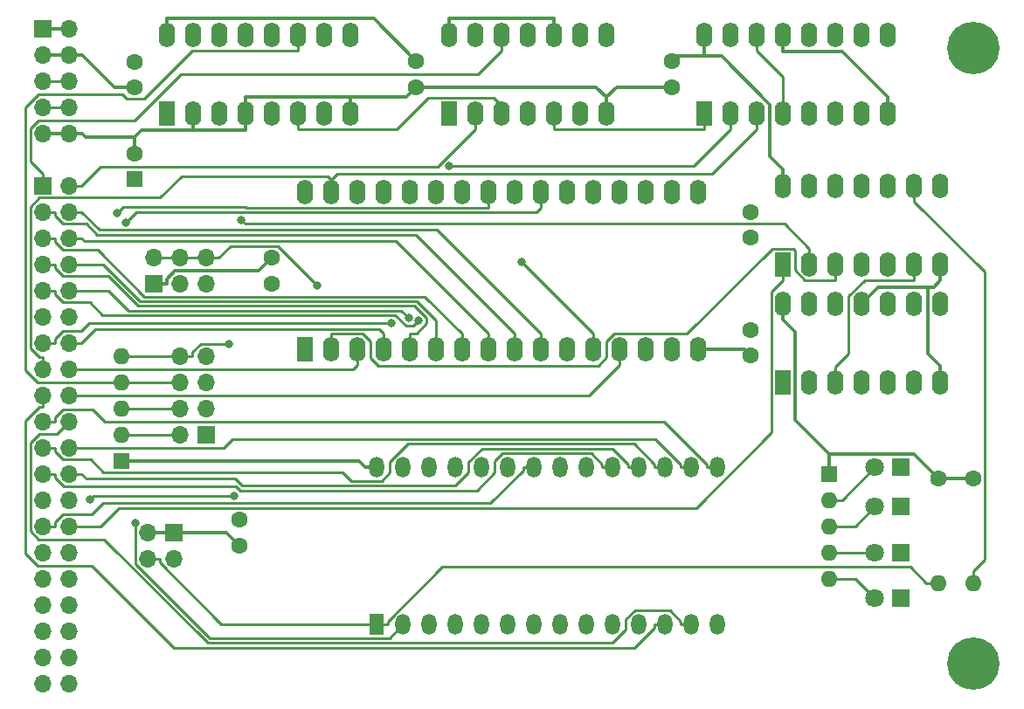
<source format=gbr>
G04 #@! TF.GenerationSoftware,KiCad,Pcbnew,(5.1.4)-1*
G04 #@! TF.CreationDate,2021-09-17T15:34:01+03:00*
G04 #@! TF.ProjectId,MEM,4d454d2e-6b69-4636-9164-5f7063625858,rev?*
G04 #@! TF.SameCoordinates,Original*
G04 #@! TF.FileFunction,Copper,L1,Top*
G04 #@! TF.FilePolarity,Positive*
%FSLAX46Y46*%
G04 Gerber Fmt 4.6, Leading zero omitted, Abs format (unit mm)*
G04 Created by KiCad (PCBNEW (5.1.4)-1) date 2021-09-17 15:34:01*
%MOMM*%
%LPD*%
G04 APERTURE LIST*
%ADD10R,1.700000X1.700000*%
%ADD11O,1.700000X1.700000*%
%ADD12R,1.600000X1.600000*%
%ADD13C,1.600000*%
%ADD14R,1.800000X1.800000*%
%ADD15C,1.800000*%
%ADD16O,1.600000X1.600000*%
%ADD17O,1.600000X2.400000*%
%ADD18R,1.600000X2.400000*%
%ADD19R,1.440000X2.000000*%
%ADD20O,1.440000X2.000000*%
%ADD21C,5.080000*%
%ADD22C,0.800000*%
%ADD23C,0.375000*%
%ADD24C,0.250000*%
G04 APERTURE END LIST*
D10*
X102870000Y-59055000D03*
D11*
X105410000Y-59055000D03*
X102870000Y-61595000D03*
X105410000Y-61595000D03*
X102870000Y-64135000D03*
X105410000Y-64135000D03*
X102870000Y-66675000D03*
X105410000Y-66675000D03*
X102870000Y-69215000D03*
X105410000Y-69215000D03*
D12*
X111760000Y-73660000D03*
D13*
X111760000Y-71160000D03*
X139065000Y-62230000D03*
X139065000Y-64730000D03*
X125095000Y-81280000D03*
X125095000Y-83780000D03*
X111760000Y-62270000D03*
X111760000Y-64770000D03*
X171450000Y-90765000D03*
X171450000Y-88265000D03*
X163830000Y-62230000D03*
X163830000Y-64730000D03*
X171450000Y-76835000D03*
X171450000Y-79335000D03*
X121920000Y-109180000D03*
X121920000Y-106680000D03*
D14*
X186055000Y-101600000D03*
D15*
X183515000Y-101600000D03*
X183515000Y-105410000D03*
D14*
X186055000Y-105410000D03*
D15*
X183515000Y-109855000D03*
D14*
X186055000Y-109855000D03*
X186055000Y-114300000D03*
D15*
X183515000Y-114300000D03*
D10*
X118745000Y-98425000D03*
D11*
X116205000Y-98425000D03*
X118745000Y-95885000D03*
X116205000Y-95885000D03*
X118745000Y-93345000D03*
X116205000Y-93345000D03*
X118745000Y-90805000D03*
X116205000Y-90805000D03*
D10*
X102870000Y-74295000D03*
D11*
X105410000Y-74295000D03*
X102870000Y-76835000D03*
X105410000Y-76835000D03*
X102870000Y-79375000D03*
X105410000Y-79375000D03*
X102870000Y-81915000D03*
X105410000Y-81915000D03*
X102870000Y-84455000D03*
X105410000Y-84455000D03*
X102870000Y-86995000D03*
X105410000Y-86995000D03*
X102870000Y-89535000D03*
X105410000Y-89535000D03*
X102870000Y-92075000D03*
X105410000Y-92075000D03*
X102870000Y-94615000D03*
X105410000Y-94615000D03*
X102870000Y-97155000D03*
X105410000Y-97155000D03*
X102870000Y-99695000D03*
X105410000Y-99695000D03*
X102870000Y-102235000D03*
X105410000Y-102235000D03*
X102870000Y-104775000D03*
X105410000Y-104775000D03*
X102870000Y-107315000D03*
X105410000Y-107315000D03*
X102870000Y-109855000D03*
X105410000Y-109855000D03*
X102870000Y-112395000D03*
X105410000Y-112395000D03*
X102870000Y-114935000D03*
X105410000Y-114935000D03*
X102870000Y-117475000D03*
X105410000Y-117475000D03*
X102870000Y-120015000D03*
X105410000Y-120015000D03*
X102870000Y-122555000D03*
X105410000Y-122555000D03*
D10*
X115570000Y-107950000D03*
D11*
X115570000Y-110490000D03*
X113030000Y-107950000D03*
X113030000Y-110490000D03*
D13*
X189640000Y-102655000D03*
D16*
X189640000Y-112815000D03*
X193040000Y-112815000D03*
D13*
X193040000Y-102655000D03*
D16*
X110490000Y-90805000D03*
X110490000Y-93345000D03*
X110490000Y-95885000D03*
X110490000Y-98425000D03*
D12*
X110490000Y-100965000D03*
X179070000Y-102235000D03*
D16*
X179070000Y-104775000D03*
X179070000Y-107315000D03*
X179070000Y-109855000D03*
X179070000Y-112395000D03*
D17*
X167005000Y-59690000D03*
X184785000Y-67310000D03*
X169545000Y-59690000D03*
X182245000Y-67310000D03*
X172085000Y-59690000D03*
X179705000Y-67310000D03*
X174625000Y-59690000D03*
X177165000Y-67310000D03*
X177165000Y-59690000D03*
X174625000Y-67310000D03*
X179705000Y-59690000D03*
X172085000Y-67310000D03*
X182245000Y-59690000D03*
X169545000Y-67310000D03*
X184785000Y-59690000D03*
D18*
X167005000Y-67310000D03*
X174625000Y-81915000D03*
D17*
X189865000Y-74295000D03*
X177165000Y-81915000D03*
X187325000Y-74295000D03*
X179705000Y-81915000D03*
X184785000Y-74295000D03*
X182245000Y-81915000D03*
X182245000Y-74295000D03*
X184785000Y-81915000D03*
X179705000Y-74295000D03*
X187325000Y-81915000D03*
X177165000Y-74295000D03*
X189865000Y-81915000D03*
X174625000Y-74295000D03*
D18*
X142240000Y-67310000D03*
D17*
X157480000Y-59690000D03*
X144780000Y-67310000D03*
X154940000Y-59690000D03*
X147320000Y-67310000D03*
X152400000Y-59690000D03*
X149860000Y-67310000D03*
X149860000Y-59690000D03*
X152400000Y-67310000D03*
X147320000Y-59690000D03*
X154940000Y-67310000D03*
X144780000Y-59690000D03*
X157480000Y-67310000D03*
X142240000Y-59690000D03*
D18*
X114935000Y-67310000D03*
D17*
X132715000Y-59690000D03*
X117475000Y-67310000D03*
X130175000Y-59690000D03*
X120015000Y-67310000D03*
X127635000Y-59690000D03*
X122555000Y-67310000D03*
X125095000Y-59690000D03*
X125095000Y-67310000D03*
X122555000Y-59690000D03*
X127635000Y-67310000D03*
X120015000Y-59690000D03*
X130175000Y-67310000D03*
X117475000Y-59690000D03*
X132715000Y-67310000D03*
X114935000Y-59690000D03*
X174625000Y-85725000D03*
X189865000Y-93345000D03*
X177165000Y-85725000D03*
X187325000Y-93345000D03*
X179705000Y-85725000D03*
X184785000Y-93345000D03*
X182245000Y-85725000D03*
X182245000Y-93345000D03*
X184785000Y-85725000D03*
X179705000Y-93345000D03*
X187325000Y-85725000D03*
X177165000Y-93345000D03*
X189865000Y-85725000D03*
D18*
X174625000Y-93345000D03*
X128270000Y-90170000D03*
D17*
X166370000Y-74930000D03*
X130810000Y-90170000D03*
X163830000Y-74930000D03*
X133350000Y-90170000D03*
X161290000Y-74930000D03*
X135890000Y-90170000D03*
X158750000Y-74930000D03*
X138430000Y-90170000D03*
X156210000Y-74930000D03*
X140970000Y-90170000D03*
X153670000Y-74930000D03*
X143510000Y-90170000D03*
X151130000Y-74930000D03*
X146050000Y-90170000D03*
X148590000Y-74930000D03*
X148590000Y-90170000D03*
X146050000Y-74930000D03*
X151130000Y-90170000D03*
X143510000Y-74930000D03*
X153670000Y-90170000D03*
X140970000Y-74930000D03*
X156210000Y-90170000D03*
X138430000Y-74930000D03*
X158750000Y-90170000D03*
X135890000Y-74930000D03*
X161290000Y-90170000D03*
X133350000Y-74930000D03*
X163830000Y-90170000D03*
X130810000Y-74930000D03*
X166370000Y-90170000D03*
X128270000Y-74930000D03*
D19*
X135255000Y-116840000D03*
D20*
X135255000Y-101600000D03*
X137795000Y-116840000D03*
X137795000Y-101600000D03*
X140335000Y-116840000D03*
X140335000Y-101600000D03*
X142875000Y-116840000D03*
X142875000Y-101600000D03*
X145415000Y-116840000D03*
X145415000Y-101600000D03*
X147955000Y-116840000D03*
X147955000Y-101600000D03*
X150495000Y-116840000D03*
X150495000Y-101600000D03*
X153035000Y-116840000D03*
X153035000Y-101600000D03*
X155575000Y-116840000D03*
X155575000Y-101600000D03*
X158115000Y-116840000D03*
X158115000Y-101600000D03*
X160655000Y-116840000D03*
X160655000Y-101600000D03*
X163195000Y-116840000D03*
X163195000Y-101600000D03*
X165735000Y-116840000D03*
X165735000Y-101600000D03*
X168275000Y-116840000D03*
X168275000Y-101600000D03*
D10*
X113665000Y-83820000D03*
D11*
X113665000Y-81280000D03*
X116205000Y-83820000D03*
X116205000Y-81280000D03*
X118745000Y-83820000D03*
X118745000Y-81280000D03*
D21*
X193040000Y-60960000D03*
X193040000Y-120650000D03*
D22*
X120874800Y-89629700D03*
X149241500Y-81676200D03*
X139310900Y-87382200D03*
X138310500Y-87124800D03*
X110107100Y-76985000D03*
X110905400Y-77866300D03*
X136624000Y-87635500D03*
X111841700Y-107044300D03*
X142272100Y-72390000D03*
X121458300Y-104352500D03*
X107408400Y-104711100D03*
X129438900Y-83950800D03*
X122109500Y-77627800D03*
D23*
X110490000Y-100965000D02*
X111677800Y-100965000D01*
X193040000Y-102655000D02*
X189640000Y-102655000D01*
X114902800Y-83820000D02*
X114902800Y-83355700D01*
X114902800Y-83355700D02*
X115676300Y-82582200D01*
X115676300Y-82582200D02*
X123792800Y-82582200D01*
X123792800Y-82582200D02*
X125095000Y-81280000D01*
X113665000Y-83820000D02*
X114902800Y-83820000D01*
X105410000Y-61595000D02*
X102870000Y-61595000D01*
X134147200Y-101600000D02*
X133512200Y-100965000D01*
X133512200Y-100965000D02*
X111677800Y-100965000D01*
X135255000Y-101600000D02*
X134147200Y-101600000D01*
X174625000Y-85725000D02*
X174625000Y-87312800D01*
X179070000Y-102235000D02*
X179070000Y-101047200D01*
X179070000Y-100294700D02*
X187279700Y-100294700D01*
X187279700Y-100294700D02*
X189640000Y-102655000D01*
X174625000Y-87312800D02*
X175812900Y-88500700D01*
X175812900Y-88500700D02*
X175812900Y-97037600D01*
X175812900Y-97037600D02*
X179070000Y-100294700D01*
X179070000Y-100294700D02*
X179070000Y-101047200D01*
X167005000Y-59690000D02*
X167005000Y-61277800D01*
X167005000Y-61748400D02*
X167005000Y-61277800D01*
X174625000Y-72707200D02*
X173355000Y-71437200D01*
X173355000Y-71437200D02*
X173355000Y-66433700D01*
X173355000Y-66433700D02*
X168669700Y-61748400D01*
X168669700Y-61748400D02*
X167005000Y-61748400D01*
X167005000Y-61748400D02*
X164311600Y-61748400D01*
X164311600Y-61748400D02*
X163830000Y-62230000D01*
X174625000Y-74295000D02*
X174625000Y-72707200D01*
X111760000Y-64770000D02*
X109822800Y-64770000D01*
X109822800Y-64770000D02*
X106647800Y-61595000D01*
X105410000Y-61595000D02*
X106647800Y-61595000D01*
X142240000Y-58102200D02*
X152400000Y-58102200D01*
X142240000Y-59690000D02*
X142240000Y-58102200D01*
X152400000Y-59690000D02*
X152400000Y-58102200D01*
X139065000Y-62230000D02*
X134937200Y-58102200D01*
X134937200Y-58102200D02*
X114935000Y-58102200D01*
X114935000Y-59690000D02*
X114935000Y-58102200D01*
X166370000Y-90170000D02*
X170855000Y-90170000D01*
X170855000Y-90170000D02*
X171450000Y-90765000D01*
X122555000Y-68897800D02*
X117475000Y-68897800D01*
X122555000Y-67310000D02*
X122555000Y-68897800D01*
X117475000Y-67310000D02*
X117475000Y-68753900D01*
X117475000Y-68753900D02*
X117475000Y-68897800D01*
X113030000Y-107950000D02*
X115570000Y-107950000D01*
X115570000Y-107950000D02*
X120690000Y-107950000D01*
X120690000Y-107950000D02*
X121920000Y-109180000D01*
X122555000Y-67310000D02*
X122555000Y-65722200D01*
X132715000Y-67310000D02*
X132715000Y-65722200D01*
X132715000Y-65722200D02*
X122555000Y-65722200D01*
X105410000Y-69215000D02*
X102870000Y-69215000D01*
X105410000Y-59055000D02*
X102870000Y-59055000D01*
X105410000Y-69215000D02*
X106647800Y-69215000D01*
X111760000Y-69606000D02*
X111760000Y-71160000D01*
X117475000Y-68897800D02*
X117475000Y-68897900D01*
X117475000Y-68897900D02*
X112468100Y-68897900D01*
X112468100Y-68897900D02*
X111760000Y-69606000D01*
X111760000Y-69606000D02*
X107038800Y-69606000D01*
X107038800Y-69606000D02*
X106647800Y-69215000D01*
X189865000Y-81915000D02*
X189865000Y-83502800D01*
X189865000Y-93345000D02*
X189865000Y-91757200D01*
X188676700Y-84119300D02*
X188676700Y-90568900D01*
X188676700Y-90568900D02*
X189865000Y-91757200D01*
X189865000Y-83502800D02*
X189248500Y-84119300D01*
X189248500Y-84119300D02*
X188676700Y-84119300D01*
X188676700Y-84119300D02*
X183850700Y-84119300D01*
X183850700Y-84119300D02*
X182245000Y-85725000D01*
X132715000Y-65722200D02*
X138072800Y-65722200D01*
X138072800Y-65722200D02*
X139065000Y-64730000D01*
X139065000Y-64730000D02*
X156487800Y-64730000D01*
X156487800Y-64730000D02*
X157480000Y-65722200D01*
X157480000Y-67310000D02*
X157480000Y-65722200D01*
X163830000Y-64730000D02*
X158472200Y-64730000D01*
X158472200Y-64730000D02*
X157480000Y-65722200D01*
X174625000Y-61277800D02*
X180340600Y-61277800D01*
X180340600Y-61277800D02*
X184785000Y-65722200D01*
X174625000Y-59690000D02*
X174625000Y-61277800D01*
X184785000Y-67310000D02*
X184785000Y-65722200D01*
D24*
X179070000Y-104775000D02*
X180340000Y-104775000D01*
X180340000Y-104775000D02*
X183515000Y-101600000D01*
X179070000Y-107315000D02*
X181610000Y-107315000D01*
X181610000Y-107315000D02*
X183515000Y-105410000D01*
X179070000Y-109855000D02*
X183515000Y-109855000D01*
X179070000Y-112395000D02*
X181610000Y-112395000D01*
X181610000Y-112395000D02*
X183515000Y-114300000D01*
X110490000Y-98425000D02*
X116205000Y-98425000D01*
X116205000Y-95885000D02*
X110490000Y-95885000D01*
X110490000Y-93345000D02*
X116205000Y-93345000D01*
X127635000Y-61215300D02*
X117340300Y-61215300D01*
X117340300Y-61215300D02*
X112658700Y-65896900D01*
X112658700Y-65896900D02*
X111031900Y-65896900D01*
X111031900Y-65896900D02*
X110601500Y-65466500D01*
X110601500Y-65466500D02*
X102416200Y-65466500D01*
X102416200Y-65466500D02*
X101216200Y-66666500D01*
X101216200Y-66666500D02*
X101216200Y-92151600D01*
X101216200Y-92151600D02*
X102409600Y-93345000D01*
X102409600Y-93345000D02*
X110490000Y-93345000D01*
X127635000Y-59690000D02*
X127635000Y-61215300D01*
X110490000Y-90805000D02*
X116205000Y-90805000D01*
X116205000Y-90805000D02*
X117380300Y-90805000D01*
X117380300Y-90805000D02*
X117380300Y-90437600D01*
X117380300Y-90437600D02*
X118188200Y-89629700D01*
X118188200Y-89629700D02*
X120874800Y-89629700D01*
X105410000Y-64135000D02*
X102870000Y-64135000D01*
X105410000Y-66675000D02*
X102870000Y-66675000D01*
X147320000Y-59690000D02*
X147320000Y-61215300D01*
X102870000Y-74295000D02*
X102870000Y-73119700D01*
X102870000Y-73119700D02*
X101694700Y-71944400D01*
X101694700Y-71944400D02*
X101694700Y-68726500D01*
X101694700Y-68726500D02*
X102476200Y-67945000D01*
X102476200Y-67945000D02*
X111758000Y-67945000D01*
X111758000Y-67945000D02*
X116223000Y-63480000D01*
X116223000Y-63480000D02*
X145055300Y-63480000D01*
X145055300Y-63480000D02*
X147320000Y-61215300D01*
X105410000Y-74295000D02*
X106585300Y-74295000D01*
X144780000Y-67310000D02*
X144780000Y-68835300D01*
X156210000Y-90170000D02*
X156210000Y-88644700D01*
X156210000Y-88644700D02*
X149241500Y-81676200D01*
X144780000Y-68835300D02*
X141165700Y-72449600D01*
X141165700Y-72449600D02*
X108430600Y-72449600D01*
X108430600Y-72449600D02*
X108430600Y-72449700D01*
X108430600Y-72449700D02*
X106585300Y-74295000D01*
X148590000Y-90170000D02*
X148590000Y-88644700D01*
X102870000Y-76835000D02*
X104045300Y-76835000D01*
X148590000Y-88644700D02*
X138987200Y-79041900D01*
X138987200Y-79041900D02*
X108155300Y-79041900D01*
X108155300Y-79041900D02*
X107123700Y-78010300D01*
X107123700Y-78010300D02*
X104853200Y-78010300D01*
X104853200Y-78010300D02*
X104045300Y-77202400D01*
X104045300Y-77202400D02*
X104045300Y-76835000D01*
X151130000Y-90170000D02*
X151130000Y-88644700D01*
X105410000Y-76835000D02*
X106585300Y-76835000D01*
X151130000Y-88644700D02*
X141076900Y-78591600D01*
X141076900Y-78591600D02*
X108341900Y-78591600D01*
X108341900Y-78591600D02*
X106585300Y-76835000D01*
X143510000Y-90170000D02*
X143510000Y-88644700D01*
X102870000Y-79375000D02*
X104045300Y-79375000D01*
X143510000Y-88644700D02*
X139907600Y-85042300D01*
X139907600Y-85042300D02*
X112668500Y-85042300D01*
X112668500Y-85042300D02*
X108176500Y-80550300D01*
X108176500Y-80550300D02*
X104853200Y-80550300D01*
X104853200Y-80550300D02*
X104045300Y-79742400D01*
X104045300Y-79742400D02*
X104045300Y-79375000D01*
X146050000Y-88644700D02*
X137106600Y-79701300D01*
X137106600Y-79701300D02*
X106911600Y-79701300D01*
X106911600Y-79701300D02*
X106585300Y-79375000D01*
X146050000Y-90170000D02*
X146050000Y-88644700D01*
X105410000Y-79375000D02*
X106585300Y-79375000D01*
X138430000Y-90170000D02*
X138430000Y-88644700D01*
X102870000Y-81915000D02*
X104045300Y-81915000D01*
X138430000Y-88644700D02*
X139074200Y-88644700D01*
X139074200Y-88644700D02*
X140069400Y-87649500D01*
X140069400Y-87649500D02*
X140069400Y-87114800D01*
X140069400Y-87114800D02*
X138897500Y-85942900D01*
X138897500Y-85942900D02*
X112098400Y-85942900D01*
X112098400Y-85942900D02*
X109245800Y-83090300D01*
X109245800Y-83090300D02*
X104853200Y-83090300D01*
X104853200Y-83090300D02*
X104045300Y-82282400D01*
X104045300Y-82282400D02*
X104045300Y-81915000D01*
X140970000Y-90170000D02*
X140970000Y-87378500D01*
X140970000Y-87378500D02*
X139084100Y-85492600D01*
X139084100Y-85492600D02*
X112285000Y-85492600D01*
X112285000Y-85492600D02*
X108707400Y-81915000D01*
X108707400Y-81915000D02*
X105410000Y-81915000D01*
X102870000Y-84455000D02*
X104045300Y-84455000D01*
X139310900Y-87382200D02*
X138796800Y-87896300D01*
X138796800Y-87896300D02*
X138056300Y-87896300D01*
X138056300Y-87896300D02*
X137003500Y-86843500D01*
X137003500Y-86843500D02*
X108643300Y-86843500D01*
X108643300Y-86843500D02*
X107430100Y-85630300D01*
X107430100Y-85630300D02*
X104853200Y-85630300D01*
X104853200Y-85630300D02*
X104045300Y-84822400D01*
X104045300Y-84822400D02*
X104045300Y-84455000D01*
X105410000Y-84455000D02*
X106585300Y-84455000D01*
X138310500Y-87124800D02*
X137578900Y-86393200D01*
X137578900Y-86393200D02*
X111165200Y-86393200D01*
X111165200Y-86393200D02*
X109227000Y-84455000D01*
X109227000Y-84455000D02*
X106585300Y-84455000D01*
X146050000Y-74930000D02*
X146050000Y-76455300D01*
X146050000Y-76455300D02*
X122611900Y-76455300D01*
X122611900Y-76455300D02*
X122544400Y-76387800D01*
X122544400Y-76387800D02*
X110704300Y-76387800D01*
X110704300Y-76387800D02*
X110107100Y-76985000D01*
X151130000Y-74930000D02*
X151130000Y-76455300D01*
X151130000Y-76455300D02*
X150679700Y-76905600D01*
X150679700Y-76905600D02*
X122425300Y-76905600D01*
X122425300Y-76905600D02*
X122357800Y-76838100D01*
X122357800Y-76838100D02*
X111933600Y-76838100D01*
X111933600Y-76838100D02*
X110905400Y-77866300D01*
X136624000Y-87635500D02*
X107365200Y-87635500D01*
X107365200Y-87635500D02*
X106641000Y-88359700D01*
X106641000Y-88359700D02*
X104853200Y-88359700D01*
X104853200Y-88359700D02*
X104045300Y-89167600D01*
X104045300Y-89167600D02*
X104045300Y-89535000D01*
X102870000Y-89535000D02*
X104045300Y-89535000D01*
X135890000Y-90170000D02*
X135890000Y-88644700D01*
X105410000Y-89535000D02*
X106585300Y-89535000D01*
X137795000Y-116840000D02*
X136469700Y-118165300D01*
X136469700Y-118165300D02*
X119039400Y-118165300D01*
X119039400Y-118165300D02*
X111841700Y-110967600D01*
X111841700Y-110967600D02*
X111841700Y-107044300D01*
X135890000Y-88644700D02*
X135439700Y-88194400D01*
X135439700Y-88194400D02*
X107925900Y-88194400D01*
X107925900Y-88194400D02*
X106585300Y-89535000D01*
X130810000Y-74930000D02*
X130810000Y-73733800D01*
X102870000Y-92075000D02*
X102870000Y-90899700D01*
X130810000Y-73733800D02*
X130445200Y-73369000D01*
X130445200Y-73369000D02*
X116338800Y-73369000D01*
X116338800Y-73369000D02*
X114237400Y-75470400D01*
X114237400Y-75470400D02*
X102560900Y-75470400D01*
X102560900Y-75470400D02*
X101687500Y-76343800D01*
X101687500Y-76343800D02*
X101687500Y-90082500D01*
X101687500Y-90082500D02*
X102504700Y-90899700D01*
X102504700Y-90899700D02*
X102870000Y-90899700D01*
X172085000Y-68835300D02*
X167768100Y-73152200D01*
X167768100Y-73152200D02*
X131391600Y-73152200D01*
X131391600Y-73152200D02*
X130810000Y-73733800D01*
X172085000Y-67310000D02*
X172085000Y-68835300D01*
X133350000Y-90170000D02*
X133350000Y-91695300D01*
X133350000Y-91695300D02*
X132970300Y-92075000D01*
X132970300Y-92075000D02*
X105410000Y-92075000D01*
X169545000Y-67310000D02*
X169545000Y-68835300D01*
X169545000Y-68835300D02*
X165990300Y-72390000D01*
X165990300Y-72390000D02*
X142272100Y-72390000D01*
X162149700Y-116840000D02*
X162149700Y-117134000D01*
X162149700Y-117134000D02*
X160185400Y-119098300D01*
X160185400Y-119098300D02*
X115610800Y-119098300D01*
X115610800Y-119098300D02*
X107637500Y-111125000D01*
X107637500Y-111125000D02*
X102399700Y-111125000D01*
X102399700Y-111125000D02*
X101215900Y-109941200D01*
X101215900Y-109941200D02*
X101215900Y-97077100D01*
X101215900Y-97077100D02*
X102502700Y-95790300D01*
X102502700Y-95790300D02*
X102870000Y-95790300D01*
X163195000Y-116840000D02*
X162149700Y-116840000D01*
X102870000Y-94615000D02*
X102870000Y-95790300D01*
X158750000Y-91695300D02*
X155830300Y-94615000D01*
X155830300Y-94615000D02*
X105410000Y-94615000D01*
X158750000Y-90170000D02*
X158750000Y-91695300D01*
X167229700Y-101600000D02*
X167229700Y-101306000D01*
X167229700Y-101306000D02*
X163078700Y-97155000D01*
X163078700Y-97155000D02*
X108872200Y-97155000D01*
X108872200Y-97155000D02*
X107696900Y-95979700D01*
X107696900Y-95979700D02*
X104853200Y-95979700D01*
X104853200Y-95979700D02*
X104045300Y-96787600D01*
X104045300Y-96787600D02*
X104045300Y-97155000D01*
X168275000Y-101600000D02*
X167229700Y-101600000D01*
X102870000Y-97155000D02*
X104045300Y-97155000D01*
X165735000Y-116840000D02*
X164689700Y-116840000D01*
X164689700Y-116840000D02*
X164689700Y-116546000D01*
X164689700Y-116546000D02*
X163625600Y-115481900D01*
X163625600Y-115481900D02*
X160246700Y-115481900D01*
X160246700Y-115481900D02*
X159385000Y-116343600D01*
X159385000Y-116343600D02*
X159385000Y-117341400D01*
X159385000Y-117341400D02*
X158108500Y-118617900D01*
X158108500Y-118617900D02*
X118855100Y-118617900D01*
X118855100Y-118617900D02*
X108822200Y-108585000D01*
X108822200Y-108585000D02*
X102474200Y-108585000D01*
X102474200Y-108585000D02*
X101666300Y-107777100D01*
X101666300Y-107777100D02*
X101666300Y-99231000D01*
X101666300Y-99231000D02*
X102556500Y-98340800D01*
X102556500Y-98340800D02*
X104224200Y-98340800D01*
X104224200Y-98340800D02*
X105410000Y-97155000D01*
X162149700Y-101600000D02*
X162149700Y-101306000D01*
X162149700Y-101306000D02*
X160166400Y-99322700D01*
X160166400Y-99322700D02*
X138286000Y-99322700D01*
X138286000Y-99322700D02*
X136525000Y-101083700D01*
X136525000Y-101083700D02*
X136525000Y-102124000D01*
X136525000Y-102124000D02*
X135702700Y-102946300D01*
X135702700Y-102946300D02*
X132768600Y-102946300D01*
X132768600Y-102946300D02*
X131928700Y-102106400D01*
X131928700Y-102106400D02*
X108743600Y-102106400D01*
X108743600Y-102106400D02*
X107507500Y-100870300D01*
X107507500Y-100870300D02*
X104853200Y-100870300D01*
X104853200Y-100870300D02*
X104045300Y-100062400D01*
X104045300Y-100062400D02*
X104045300Y-99695000D01*
X163195000Y-101600000D02*
X162149700Y-101600000D01*
X102870000Y-99695000D02*
X104045300Y-99695000D01*
X165735000Y-101600000D02*
X164689700Y-101600000D01*
X105410000Y-99695000D02*
X120386000Y-99695000D01*
X120386000Y-99695000D02*
X121208600Y-98872400D01*
X121208600Y-98872400D02*
X162256100Y-98872400D01*
X162256100Y-98872400D02*
X164689700Y-101306000D01*
X164689700Y-101306000D02*
X164689700Y-101600000D01*
X158115000Y-101600000D02*
X157069700Y-101600000D01*
X102870000Y-102235000D02*
X104045300Y-102235000D01*
X104045300Y-102235000D02*
X104045300Y-102602400D01*
X104045300Y-102602400D02*
X104867400Y-103424500D01*
X104867400Y-103424500D02*
X121556200Y-103424500D01*
X121556200Y-103424500D02*
X121978600Y-103846900D01*
X121978600Y-103846900D02*
X144928900Y-103846900D01*
X144928900Y-103846900D02*
X146685000Y-102090800D01*
X146685000Y-102090800D02*
X146685000Y-101017600D01*
X146685000Y-101017600D02*
X147434000Y-100268600D01*
X147434000Y-100268600D02*
X156032300Y-100268600D01*
X156032300Y-100268600D02*
X157069700Y-101306000D01*
X157069700Y-101306000D02*
X157069700Y-101600000D01*
X106585300Y-102235000D02*
X107072500Y-102722200D01*
X107072500Y-102722200D02*
X121490800Y-102722200D01*
X121490800Y-102722200D02*
X122165200Y-103396600D01*
X122165200Y-103396600D02*
X142874500Y-103396600D01*
X142874500Y-103396600D02*
X144145000Y-102126100D01*
X144145000Y-102126100D02*
X144145000Y-101098100D01*
X144145000Y-101098100D02*
X145470000Y-99773100D01*
X145470000Y-99773100D02*
X158076800Y-99773100D01*
X158076800Y-99773100D02*
X159609700Y-101306000D01*
X159609700Y-101306000D02*
X159609700Y-101600000D01*
X105410000Y-102235000D02*
X106585300Y-102235000D01*
X160655000Y-101600000D02*
X159609700Y-101600000D01*
X107408400Y-104711100D02*
X107767000Y-104352500D01*
X107767000Y-104352500D02*
X121458300Y-104352500D01*
X150495000Y-101600000D02*
X149449700Y-101600000D01*
X102870000Y-107315000D02*
X104045300Y-107315000D01*
X104045300Y-107315000D02*
X104045300Y-106947600D01*
X104045300Y-106947600D02*
X104853200Y-106139700D01*
X104853200Y-106139700D02*
X107653900Y-106139700D01*
X107653900Y-106139700D02*
X108715800Y-105077800D01*
X108715800Y-105077800D02*
X146265900Y-105077800D01*
X146265900Y-105077800D02*
X149449700Y-101894000D01*
X149449700Y-101894000D02*
X149449700Y-101600000D01*
X174625000Y-81915000D02*
X174625000Y-83440300D01*
X105410000Y-107315000D02*
X106585300Y-107315000D01*
X106585300Y-107315000D02*
X108425800Y-107315000D01*
X108425800Y-107315000D02*
X110212700Y-105528100D01*
X110212700Y-105528100D02*
X166193900Y-105528100D01*
X166193900Y-105528100D02*
X173499700Y-98222300D01*
X173499700Y-98222300D02*
X173499700Y-84565600D01*
X173499700Y-84565600D02*
X174625000Y-83440300D01*
X116205000Y-81280000D02*
X113665000Y-81280000D01*
X116205000Y-81280000D02*
X118745000Y-81280000D01*
X118745000Y-81280000D02*
X119920300Y-81280000D01*
X130810000Y-88644700D02*
X133831400Y-88644700D01*
X133831400Y-88644700D02*
X134620000Y-89433300D01*
X134620000Y-89433300D02*
X134620000Y-90988500D01*
X134620000Y-90988500D02*
X135360900Y-91729400D01*
X135360900Y-91729400D02*
X156706300Y-91729400D01*
X156706300Y-91729400D02*
X157480000Y-90955700D01*
X157480000Y-90955700D02*
X157480000Y-89439000D01*
X157480000Y-89439000D02*
X158274400Y-88644600D01*
X158274400Y-88644600D02*
X165286300Y-88644600D01*
X165286300Y-88644600D02*
X173541200Y-80389700D01*
X173541200Y-80389700D02*
X175589100Y-80389700D01*
X175589100Y-80389700D02*
X175750400Y-80551000D01*
X175750400Y-80551000D02*
X175750400Y-82495200D01*
X175750400Y-82495200D02*
X176695500Y-83440300D01*
X176695500Y-83440300D02*
X179705000Y-83440300D01*
X130810000Y-90170000D02*
X130810000Y-88644700D01*
X179705000Y-81915000D02*
X179705000Y-83440300D01*
X119920300Y-81280000D02*
X121045700Y-80154600D01*
X121045700Y-80154600D02*
X125642700Y-80154600D01*
X125642700Y-80154600D02*
X129438900Y-83950800D01*
X187325000Y-75820300D02*
X194165300Y-82660600D01*
X194165300Y-82660600D02*
X194165300Y-110564400D01*
X194165300Y-110564400D02*
X193040000Y-111689700D01*
X187325000Y-74295000D02*
X187325000Y-75820300D01*
X193040000Y-112815000D02*
X193040000Y-111689700D01*
X113030000Y-110490000D02*
X114205300Y-110490000D01*
X189640000Y-112815000D02*
X188514700Y-112815000D01*
X136300300Y-116840000D02*
X136300300Y-116546000D01*
X136300300Y-116546000D02*
X141578900Y-111267400D01*
X141578900Y-111267400D02*
X186967100Y-111267400D01*
X186967100Y-111267400D02*
X188514700Y-112815000D01*
X135255000Y-116840000D02*
X136300300Y-116840000D01*
X135255000Y-116840000D02*
X120188000Y-116840000D01*
X120188000Y-116840000D02*
X114205300Y-110857300D01*
X114205300Y-110857300D02*
X114205300Y-110490000D01*
X174625000Y-67310000D02*
X174625000Y-63755300D01*
X174625000Y-63755300D02*
X172085000Y-61215300D01*
X172085000Y-59690000D02*
X172085000Y-61215300D01*
X152400000Y-68835300D02*
X167005000Y-68835300D01*
X152400000Y-67310000D02*
X152400000Y-68835300D01*
X167005000Y-67310000D02*
X167005000Y-68835300D01*
X122109500Y-77627800D02*
X122477800Y-77996100D01*
X122477800Y-77996100D02*
X174771400Y-77996100D01*
X174771400Y-77996100D02*
X177165000Y-80389700D01*
X177165000Y-81915000D02*
X177165000Y-80389700D01*
X179705000Y-91819700D02*
X180975000Y-90549700D01*
X180975000Y-90549700D02*
X180975000Y-84996400D01*
X180975000Y-84996400D02*
X182531100Y-83440300D01*
X182531100Y-83440300D02*
X187325000Y-83440300D01*
X179705000Y-93345000D02*
X179705000Y-91819700D01*
X187325000Y-81915000D02*
X187325000Y-83440300D01*
X127635000Y-67310000D02*
X127635000Y-68835300D01*
X147320000Y-67310000D02*
X147320000Y-66547300D01*
X147320000Y-66547300D02*
X146557400Y-65784700D01*
X146557400Y-65784700D02*
X140190300Y-65784700D01*
X140190300Y-65784700D02*
X137139700Y-68835300D01*
X137139700Y-68835300D02*
X127635000Y-68835300D01*
M02*

</source>
